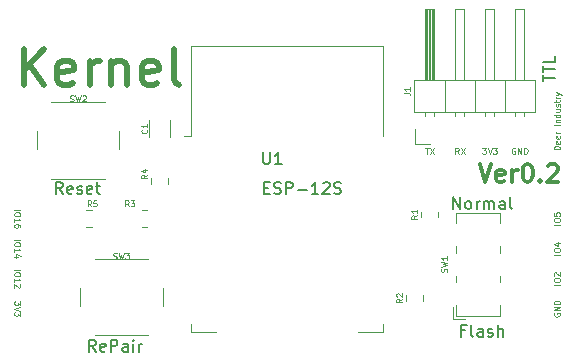
<source format=gto>
%TF.GenerationSoftware,KiCad,Pcbnew,(5.1.9-0-10_14)*%
%TF.CreationDate,2021-03-17T15:04:59+08:00*%
%TF.ProjectId,Kernel,4b65726e-656c-42e6-9b69-6361645f7063,rev?*%
%TF.SameCoordinates,Original*%
%TF.FileFunction,Legend,Top*%
%TF.FilePolarity,Positive*%
%FSLAX46Y46*%
G04 Gerber Fmt 4.6, Leading zero omitted, Abs format (unit mm)*
G04 Created by KiCad (PCBNEW (5.1.9-0-10_14)) date 2021-03-17 15:04:59*
%MOMM*%
%LPD*%
G01*
G04 APERTURE LIST*
%ADD10C,0.100000*%
%ADD11C,0.300000*%
%ADD12C,0.125000*%
%ADD13C,0.500000*%
%ADD14C,0.200000*%
%ADD15C,0.120000*%
%ADD16C,0.150000*%
G04 APERTURE END LIST*
D10*
X120241190Y-39857857D02*
X119741190Y-39857857D01*
X119741190Y-39738809D01*
X119765000Y-39667380D01*
X119812619Y-39619761D01*
X119860238Y-39595952D01*
X119955476Y-39572142D01*
X120026904Y-39572142D01*
X120122142Y-39595952D01*
X120169761Y-39619761D01*
X120217380Y-39667380D01*
X120241190Y-39738809D01*
X120241190Y-39857857D01*
X120217380Y-39167380D02*
X120241190Y-39215000D01*
X120241190Y-39310238D01*
X120217380Y-39357857D01*
X120169761Y-39381666D01*
X119979285Y-39381666D01*
X119931666Y-39357857D01*
X119907857Y-39310238D01*
X119907857Y-39215000D01*
X119931666Y-39167380D01*
X119979285Y-39143571D01*
X120026904Y-39143571D01*
X120074523Y-39381666D01*
X120217380Y-38738809D02*
X120241190Y-38786428D01*
X120241190Y-38881666D01*
X120217380Y-38929285D01*
X120169761Y-38953095D01*
X119979285Y-38953095D01*
X119931666Y-38929285D01*
X119907857Y-38881666D01*
X119907857Y-38786428D01*
X119931666Y-38738809D01*
X119979285Y-38715000D01*
X120026904Y-38715000D01*
X120074523Y-38953095D01*
X120241190Y-38500714D02*
X119907857Y-38500714D01*
X120003095Y-38500714D02*
X119955476Y-38476904D01*
X119931666Y-38453095D01*
X119907857Y-38405476D01*
X119907857Y-38357857D01*
X120241190Y-37810238D02*
X119741190Y-37810238D01*
X119907857Y-37572142D02*
X120241190Y-37572142D01*
X119955476Y-37572142D02*
X119931666Y-37548333D01*
X119907857Y-37500714D01*
X119907857Y-37429285D01*
X119931666Y-37381666D01*
X119979285Y-37357857D01*
X120241190Y-37357857D01*
X120241190Y-36905476D02*
X119741190Y-36905476D01*
X120217380Y-36905476D02*
X120241190Y-36953095D01*
X120241190Y-37048333D01*
X120217380Y-37095952D01*
X120193571Y-37119761D01*
X120145952Y-37143571D01*
X120003095Y-37143571D01*
X119955476Y-37119761D01*
X119931666Y-37095952D01*
X119907857Y-37048333D01*
X119907857Y-36953095D01*
X119931666Y-36905476D01*
X119907857Y-36453095D02*
X120241190Y-36453095D01*
X119907857Y-36667380D02*
X120169761Y-36667380D01*
X120217380Y-36643571D01*
X120241190Y-36595952D01*
X120241190Y-36524523D01*
X120217380Y-36476904D01*
X120193571Y-36453095D01*
X120217380Y-36238809D02*
X120241190Y-36191190D01*
X120241190Y-36095952D01*
X120217380Y-36048333D01*
X120169761Y-36024523D01*
X120145952Y-36024523D01*
X120098333Y-36048333D01*
X120074523Y-36095952D01*
X120074523Y-36167380D01*
X120050714Y-36215000D01*
X120003095Y-36238809D01*
X119979285Y-36238809D01*
X119931666Y-36215000D01*
X119907857Y-36167380D01*
X119907857Y-36095952D01*
X119931666Y-36048333D01*
X119907857Y-35881666D02*
X119907857Y-35691190D01*
X119741190Y-35810238D02*
X120169761Y-35810238D01*
X120217380Y-35786428D01*
X120241190Y-35738809D01*
X120241190Y-35691190D01*
X120241190Y-35524523D02*
X119907857Y-35524523D01*
X120003095Y-35524523D02*
X119955476Y-35500714D01*
X119931666Y-35476904D01*
X119907857Y-35429285D01*
X119907857Y-35381666D01*
X119907857Y-35262619D02*
X120241190Y-35143571D01*
X119907857Y-35024523D02*
X120241190Y-35143571D01*
X120360238Y-35191190D01*
X120384047Y-35215000D01*
X120407857Y-35262619D01*
D11*
X113447142Y-41088571D02*
X113947142Y-42588571D01*
X114447142Y-41088571D01*
X115518571Y-42517142D02*
X115375714Y-42588571D01*
X115090000Y-42588571D01*
X114947142Y-42517142D01*
X114875714Y-42374285D01*
X114875714Y-41802857D01*
X114947142Y-41660000D01*
X115090000Y-41588571D01*
X115375714Y-41588571D01*
X115518571Y-41660000D01*
X115590000Y-41802857D01*
X115590000Y-41945714D01*
X114875714Y-42088571D01*
X116232857Y-42588571D02*
X116232857Y-41588571D01*
X116232857Y-41874285D02*
X116304285Y-41731428D01*
X116375714Y-41660000D01*
X116518571Y-41588571D01*
X116661428Y-41588571D01*
X117447142Y-41088571D02*
X117590000Y-41088571D01*
X117732857Y-41160000D01*
X117804285Y-41231428D01*
X117875714Y-41374285D01*
X117947142Y-41660000D01*
X117947142Y-42017142D01*
X117875714Y-42302857D01*
X117804285Y-42445714D01*
X117732857Y-42517142D01*
X117590000Y-42588571D01*
X117447142Y-42588571D01*
X117304285Y-42517142D01*
X117232857Y-42445714D01*
X117161428Y-42302857D01*
X117090000Y-42017142D01*
X117090000Y-41660000D01*
X117161428Y-41374285D01*
X117232857Y-41231428D01*
X117304285Y-41160000D01*
X117447142Y-41088571D01*
X118590000Y-42445714D02*
X118661428Y-42517142D01*
X118590000Y-42588571D01*
X118518571Y-42517142D01*
X118590000Y-42445714D01*
X118590000Y-42588571D01*
X119232857Y-41231428D02*
X119304285Y-41160000D01*
X119447142Y-41088571D01*
X119804285Y-41088571D01*
X119947142Y-41160000D01*
X120018571Y-41231428D01*
X120090000Y-41374285D01*
X120090000Y-41517142D01*
X120018571Y-41731428D01*
X119161428Y-42588571D01*
X120090000Y-42588571D01*
D12*
X116459047Y-39755000D02*
X116411428Y-39731190D01*
X116340000Y-39731190D01*
X116268571Y-39755000D01*
X116220952Y-39802619D01*
X116197142Y-39850238D01*
X116173333Y-39945476D01*
X116173333Y-40016904D01*
X116197142Y-40112142D01*
X116220952Y-40159761D01*
X116268571Y-40207380D01*
X116340000Y-40231190D01*
X116387619Y-40231190D01*
X116459047Y-40207380D01*
X116482857Y-40183571D01*
X116482857Y-40016904D01*
X116387619Y-40016904D01*
X116697142Y-40231190D02*
X116697142Y-39731190D01*
X116982857Y-40231190D01*
X116982857Y-39731190D01*
X117220952Y-40231190D02*
X117220952Y-39731190D01*
X117340000Y-39731190D01*
X117411428Y-39755000D01*
X117459047Y-39802619D01*
X117482857Y-39850238D01*
X117506666Y-39945476D01*
X117506666Y-40016904D01*
X117482857Y-40112142D01*
X117459047Y-40159761D01*
X117411428Y-40207380D01*
X117340000Y-40231190D01*
X117220952Y-40231190D01*
X113680952Y-39731190D02*
X113990476Y-39731190D01*
X113823809Y-39921666D01*
X113895238Y-39921666D01*
X113942857Y-39945476D01*
X113966666Y-39969285D01*
X113990476Y-40016904D01*
X113990476Y-40135952D01*
X113966666Y-40183571D01*
X113942857Y-40207380D01*
X113895238Y-40231190D01*
X113752380Y-40231190D01*
X113704761Y-40207380D01*
X113680952Y-40183571D01*
X114133333Y-39731190D02*
X114300000Y-40231190D01*
X114466666Y-39731190D01*
X114585714Y-39731190D02*
X114895238Y-39731190D01*
X114728571Y-39921666D01*
X114800000Y-39921666D01*
X114847619Y-39945476D01*
X114871428Y-39969285D01*
X114895238Y-40016904D01*
X114895238Y-40135952D01*
X114871428Y-40183571D01*
X114847619Y-40207380D01*
X114800000Y-40231190D01*
X114657142Y-40231190D01*
X114609523Y-40207380D01*
X114585714Y-40183571D01*
X111676666Y-40231190D02*
X111510000Y-39993095D01*
X111390952Y-40231190D02*
X111390952Y-39731190D01*
X111581428Y-39731190D01*
X111629047Y-39755000D01*
X111652857Y-39778809D01*
X111676666Y-39826428D01*
X111676666Y-39897857D01*
X111652857Y-39945476D01*
X111629047Y-39969285D01*
X111581428Y-39993095D01*
X111390952Y-39993095D01*
X111843333Y-39731190D02*
X112176666Y-40231190D01*
X112176666Y-39731190D02*
X111843333Y-40231190D01*
X108839047Y-39731190D02*
X109124761Y-39731190D01*
X108981904Y-40231190D02*
X108981904Y-39731190D01*
X109243809Y-39731190D02*
X109577142Y-40231190D01*
X109577142Y-39731190D02*
X109243809Y-40231190D01*
D13*
X74851428Y-34377142D02*
X74851428Y-31377142D01*
X76565714Y-34377142D02*
X75280000Y-32662857D01*
X76565714Y-31377142D02*
X74851428Y-33091428D01*
X78994285Y-34234285D02*
X78708571Y-34377142D01*
X78137142Y-34377142D01*
X77851428Y-34234285D01*
X77708571Y-33948571D01*
X77708571Y-32805714D01*
X77851428Y-32520000D01*
X78137142Y-32377142D01*
X78708571Y-32377142D01*
X78994285Y-32520000D01*
X79137142Y-32805714D01*
X79137142Y-33091428D01*
X77708571Y-33377142D01*
X80422857Y-34377142D02*
X80422857Y-32377142D01*
X80422857Y-32948571D02*
X80565714Y-32662857D01*
X80708571Y-32520000D01*
X80994285Y-32377142D01*
X81280000Y-32377142D01*
X82280000Y-32377142D02*
X82280000Y-34377142D01*
X82280000Y-32662857D02*
X82422857Y-32520000D01*
X82708571Y-32377142D01*
X83137142Y-32377142D01*
X83422857Y-32520000D01*
X83565714Y-32805714D01*
X83565714Y-34377142D01*
X86137142Y-34234285D02*
X85851428Y-34377142D01*
X85280000Y-34377142D01*
X84994285Y-34234285D01*
X84851428Y-33948571D01*
X84851428Y-32805714D01*
X84994285Y-32520000D01*
X85280000Y-32377142D01*
X85851428Y-32377142D01*
X86137142Y-32520000D01*
X86280000Y-32805714D01*
X86280000Y-33091428D01*
X84851428Y-33377142D01*
X87994285Y-34377142D02*
X87708571Y-34234285D01*
X87565714Y-33948571D01*
X87565714Y-31377142D01*
D14*
X111236428Y-44902380D02*
X111236428Y-43902380D01*
X111807857Y-44902380D01*
X111807857Y-43902380D01*
X112426904Y-44902380D02*
X112331666Y-44854761D01*
X112284047Y-44807142D01*
X112236428Y-44711904D01*
X112236428Y-44426190D01*
X112284047Y-44330952D01*
X112331666Y-44283333D01*
X112426904Y-44235714D01*
X112569761Y-44235714D01*
X112665000Y-44283333D01*
X112712619Y-44330952D01*
X112760238Y-44426190D01*
X112760238Y-44711904D01*
X112712619Y-44807142D01*
X112665000Y-44854761D01*
X112569761Y-44902380D01*
X112426904Y-44902380D01*
X113188809Y-44902380D02*
X113188809Y-44235714D01*
X113188809Y-44426190D02*
X113236428Y-44330952D01*
X113284047Y-44283333D01*
X113379285Y-44235714D01*
X113474523Y-44235714D01*
X113807857Y-44902380D02*
X113807857Y-44235714D01*
X113807857Y-44330952D02*
X113855476Y-44283333D01*
X113950714Y-44235714D01*
X114093571Y-44235714D01*
X114188809Y-44283333D01*
X114236428Y-44378571D01*
X114236428Y-44902380D01*
X114236428Y-44378571D02*
X114284047Y-44283333D01*
X114379285Y-44235714D01*
X114522142Y-44235714D01*
X114617380Y-44283333D01*
X114665000Y-44378571D01*
X114665000Y-44902380D01*
X115569761Y-44902380D02*
X115569761Y-44378571D01*
X115522142Y-44283333D01*
X115426904Y-44235714D01*
X115236428Y-44235714D01*
X115141190Y-44283333D01*
X115569761Y-44854761D02*
X115474523Y-44902380D01*
X115236428Y-44902380D01*
X115141190Y-44854761D01*
X115093571Y-44759523D01*
X115093571Y-44664285D01*
X115141190Y-44569047D01*
X115236428Y-44521428D01*
X115474523Y-44521428D01*
X115569761Y-44473809D01*
X116188809Y-44902380D02*
X116093571Y-44854761D01*
X116045952Y-44759523D01*
X116045952Y-43902380D01*
X112236428Y-55173571D02*
X111903095Y-55173571D01*
X111903095Y-55697380D02*
X111903095Y-54697380D01*
X112379285Y-54697380D01*
X112903095Y-55697380D02*
X112807857Y-55649761D01*
X112760238Y-55554523D01*
X112760238Y-54697380D01*
X113712619Y-55697380D02*
X113712619Y-55173571D01*
X113665000Y-55078333D01*
X113569761Y-55030714D01*
X113379285Y-55030714D01*
X113284047Y-55078333D01*
X113712619Y-55649761D02*
X113617380Y-55697380D01*
X113379285Y-55697380D01*
X113284047Y-55649761D01*
X113236428Y-55554523D01*
X113236428Y-55459285D01*
X113284047Y-55364047D01*
X113379285Y-55316428D01*
X113617380Y-55316428D01*
X113712619Y-55268809D01*
X114141190Y-55649761D02*
X114236428Y-55697380D01*
X114426904Y-55697380D01*
X114522142Y-55649761D01*
X114569761Y-55554523D01*
X114569761Y-55506904D01*
X114522142Y-55411666D01*
X114426904Y-55364047D01*
X114284047Y-55364047D01*
X114188809Y-55316428D01*
X114141190Y-55221190D01*
X114141190Y-55173571D01*
X114188809Y-55078333D01*
X114284047Y-55030714D01*
X114426904Y-55030714D01*
X114522142Y-55078333D01*
X114998333Y-55697380D02*
X114998333Y-54697380D01*
X115426904Y-55697380D02*
X115426904Y-55173571D01*
X115379285Y-55078333D01*
X115284047Y-55030714D01*
X115141190Y-55030714D01*
X115045952Y-55078333D01*
X114998333Y-55125952D01*
D12*
X119765000Y-53720952D02*
X119741190Y-53768571D01*
X119741190Y-53840000D01*
X119765000Y-53911428D01*
X119812619Y-53959047D01*
X119860238Y-53982857D01*
X119955476Y-54006666D01*
X120026904Y-54006666D01*
X120122142Y-53982857D01*
X120169761Y-53959047D01*
X120217380Y-53911428D01*
X120241190Y-53840000D01*
X120241190Y-53792380D01*
X120217380Y-53720952D01*
X120193571Y-53697142D01*
X120026904Y-53697142D01*
X120026904Y-53792380D01*
X120241190Y-53482857D02*
X119741190Y-53482857D01*
X120241190Y-53197142D01*
X119741190Y-53197142D01*
X120241190Y-52959047D02*
X119741190Y-52959047D01*
X119741190Y-52840000D01*
X119765000Y-52768571D01*
X119812619Y-52720952D01*
X119860238Y-52697142D01*
X119955476Y-52673333D01*
X120026904Y-52673333D01*
X120122142Y-52697142D01*
X120169761Y-52720952D01*
X120217380Y-52768571D01*
X120241190Y-52840000D01*
X120241190Y-52959047D01*
X120241190Y-51300000D02*
X119741190Y-51300000D01*
X119741190Y-50966666D02*
X119741190Y-50871428D01*
X119765000Y-50823809D01*
X119812619Y-50776190D01*
X119907857Y-50752380D01*
X120074523Y-50752380D01*
X120169761Y-50776190D01*
X120217380Y-50823809D01*
X120241190Y-50871428D01*
X120241190Y-50966666D01*
X120217380Y-51014285D01*
X120169761Y-51061904D01*
X120074523Y-51085714D01*
X119907857Y-51085714D01*
X119812619Y-51061904D01*
X119765000Y-51014285D01*
X119741190Y-50966666D01*
X119788809Y-50561904D02*
X119765000Y-50538095D01*
X119741190Y-50490476D01*
X119741190Y-50371428D01*
X119765000Y-50323809D01*
X119788809Y-50300000D01*
X119836428Y-50276190D01*
X119884047Y-50276190D01*
X119955476Y-50300000D01*
X120241190Y-50585714D01*
X120241190Y-50276190D01*
X120241190Y-48760000D02*
X119741190Y-48760000D01*
X119741190Y-48426666D02*
X119741190Y-48331428D01*
X119765000Y-48283809D01*
X119812619Y-48236190D01*
X119907857Y-48212380D01*
X120074523Y-48212380D01*
X120169761Y-48236190D01*
X120217380Y-48283809D01*
X120241190Y-48331428D01*
X120241190Y-48426666D01*
X120217380Y-48474285D01*
X120169761Y-48521904D01*
X120074523Y-48545714D01*
X119907857Y-48545714D01*
X119812619Y-48521904D01*
X119765000Y-48474285D01*
X119741190Y-48426666D01*
X119907857Y-47783809D02*
X120241190Y-47783809D01*
X119717380Y-47902857D02*
X120074523Y-48021904D01*
X120074523Y-47712380D01*
X120241190Y-46220000D02*
X119741190Y-46220000D01*
X119741190Y-45886666D02*
X119741190Y-45791428D01*
X119765000Y-45743809D01*
X119812619Y-45696190D01*
X119907857Y-45672380D01*
X120074523Y-45672380D01*
X120169761Y-45696190D01*
X120217380Y-45743809D01*
X120241190Y-45791428D01*
X120241190Y-45886666D01*
X120217380Y-45934285D01*
X120169761Y-45981904D01*
X120074523Y-46005714D01*
X119907857Y-46005714D01*
X119812619Y-45981904D01*
X119765000Y-45934285D01*
X119741190Y-45886666D01*
X119741190Y-45220000D02*
X119741190Y-45458095D01*
X119979285Y-45481904D01*
X119955476Y-45458095D01*
X119931666Y-45410476D01*
X119931666Y-45291428D01*
X119955476Y-45243809D01*
X119979285Y-45220000D01*
X120026904Y-45196190D01*
X120145952Y-45196190D01*
X120193571Y-45220000D01*
X120217380Y-45243809D01*
X120241190Y-45291428D01*
X120241190Y-45410476D01*
X120217380Y-45458095D01*
X120193571Y-45481904D01*
X74568809Y-52720952D02*
X74568809Y-53030476D01*
X74378333Y-52863809D01*
X74378333Y-52935238D01*
X74354523Y-52982857D01*
X74330714Y-53006666D01*
X74283095Y-53030476D01*
X74164047Y-53030476D01*
X74116428Y-53006666D01*
X74092619Y-52982857D01*
X74068809Y-52935238D01*
X74068809Y-52792380D01*
X74092619Y-52744761D01*
X74116428Y-52720952D01*
X74568809Y-53173333D02*
X74068809Y-53340000D01*
X74568809Y-53506666D01*
X74568809Y-53625714D02*
X74568809Y-53935238D01*
X74378333Y-53768571D01*
X74378333Y-53840000D01*
X74354523Y-53887619D01*
X74330714Y-53911428D01*
X74283095Y-53935238D01*
X74164047Y-53935238D01*
X74116428Y-53911428D01*
X74092619Y-53887619D01*
X74068809Y-53840000D01*
X74068809Y-53697142D01*
X74092619Y-53649523D01*
X74116428Y-53625714D01*
X74068809Y-50061904D02*
X74568809Y-50061904D01*
X74568809Y-50395238D02*
X74568809Y-50490476D01*
X74545000Y-50538095D01*
X74497380Y-50585714D01*
X74402142Y-50609523D01*
X74235476Y-50609523D01*
X74140238Y-50585714D01*
X74092619Y-50538095D01*
X74068809Y-50490476D01*
X74068809Y-50395238D01*
X74092619Y-50347619D01*
X74140238Y-50300000D01*
X74235476Y-50276190D01*
X74402142Y-50276190D01*
X74497380Y-50300000D01*
X74545000Y-50347619D01*
X74568809Y-50395238D01*
X74068809Y-51085714D02*
X74068809Y-50800000D01*
X74068809Y-50942857D02*
X74568809Y-50942857D01*
X74497380Y-50895238D01*
X74449761Y-50847619D01*
X74425952Y-50800000D01*
X74521190Y-51276190D02*
X74545000Y-51300000D01*
X74568809Y-51347619D01*
X74568809Y-51466666D01*
X74545000Y-51514285D01*
X74521190Y-51538095D01*
X74473571Y-51561904D01*
X74425952Y-51561904D01*
X74354523Y-51538095D01*
X74068809Y-51252380D01*
X74068809Y-51561904D01*
X74068809Y-47521904D02*
X74568809Y-47521904D01*
X74568809Y-47855238D02*
X74568809Y-47950476D01*
X74545000Y-47998095D01*
X74497380Y-48045714D01*
X74402142Y-48069523D01*
X74235476Y-48069523D01*
X74140238Y-48045714D01*
X74092619Y-47998095D01*
X74068809Y-47950476D01*
X74068809Y-47855238D01*
X74092619Y-47807619D01*
X74140238Y-47760000D01*
X74235476Y-47736190D01*
X74402142Y-47736190D01*
X74497380Y-47760000D01*
X74545000Y-47807619D01*
X74568809Y-47855238D01*
X74068809Y-48545714D02*
X74068809Y-48260000D01*
X74068809Y-48402857D02*
X74568809Y-48402857D01*
X74497380Y-48355238D01*
X74449761Y-48307619D01*
X74425952Y-48260000D01*
X74402142Y-48974285D02*
X74068809Y-48974285D01*
X74592619Y-48855238D02*
X74235476Y-48736190D01*
X74235476Y-49045714D01*
X74068809Y-44981904D02*
X74568809Y-44981904D01*
X74568809Y-45315238D02*
X74568809Y-45410476D01*
X74545000Y-45458095D01*
X74497380Y-45505714D01*
X74402142Y-45529523D01*
X74235476Y-45529523D01*
X74140238Y-45505714D01*
X74092619Y-45458095D01*
X74068809Y-45410476D01*
X74068809Y-45315238D01*
X74092619Y-45267619D01*
X74140238Y-45220000D01*
X74235476Y-45196190D01*
X74402142Y-45196190D01*
X74497380Y-45220000D01*
X74545000Y-45267619D01*
X74568809Y-45315238D01*
X74068809Y-46005714D02*
X74068809Y-45720000D01*
X74068809Y-45862857D02*
X74568809Y-45862857D01*
X74497380Y-45815238D01*
X74449761Y-45767619D01*
X74425952Y-45720000D01*
X74568809Y-46434285D02*
X74568809Y-46339047D01*
X74545000Y-46291428D01*
X74521190Y-46267619D01*
X74449761Y-46220000D01*
X74354523Y-46196190D01*
X74164047Y-46196190D01*
X74116428Y-46220000D01*
X74092619Y-46243809D01*
X74068809Y-46291428D01*
X74068809Y-46386666D01*
X74092619Y-46434285D01*
X74116428Y-46458095D01*
X74164047Y-46481904D01*
X74283095Y-46481904D01*
X74330714Y-46458095D01*
X74354523Y-46434285D01*
X74378333Y-46386666D01*
X74378333Y-46291428D01*
X74354523Y-46243809D01*
X74330714Y-46220000D01*
X74283095Y-46196190D01*
D15*
%TO.C,U1*%
X89035000Y-31060000D02*
X105275000Y-31060000D01*
X105275000Y-31060000D02*
X105275000Y-38680000D01*
X105275000Y-54680000D02*
X105275000Y-55300000D01*
X105275000Y-55300000D02*
X103155000Y-55300000D01*
X91155000Y-55300000D02*
X89035000Y-55300000D01*
X89035000Y-55300000D02*
X89035000Y-54680000D01*
X89035000Y-38680000D02*
X89035000Y-31060000D01*
X89035000Y-38680000D02*
X88425000Y-38680000D01*
%TO.C,SW3*%
X85360000Y-49110000D02*
X80860000Y-49110000D01*
X86610000Y-53110000D02*
X86610000Y-51610000D01*
X80860000Y-55610000D02*
X85360000Y-55610000D01*
X79610000Y-51610000D02*
X79610000Y-53110000D01*
%TO.C,SW2*%
X77200000Y-42330000D02*
X81700000Y-42330000D01*
X75950000Y-38330000D02*
X75950000Y-39830000D01*
X81700000Y-35830000D02*
X77200000Y-35830000D01*
X82950000Y-39830000D02*
X82950000Y-38330000D01*
%TO.C,J1*%
X107890000Y-36660000D02*
X118170000Y-36660000D01*
X118170000Y-36660000D02*
X118170000Y-34000000D01*
X118170000Y-34000000D02*
X107890000Y-34000000D01*
X107890000Y-34000000D02*
X107890000Y-36660000D01*
X108840000Y-34000000D02*
X108840000Y-28000000D01*
X108840000Y-28000000D02*
X109600000Y-28000000D01*
X109600000Y-28000000D02*
X109600000Y-34000000D01*
X108900000Y-34000000D02*
X108900000Y-28000000D01*
X109020000Y-34000000D02*
X109020000Y-28000000D01*
X109140000Y-34000000D02*
X109140000Y-28000000D01*
X109260000Y-34000000D02*
X109260000Y-28000000D01*
X109380000Y-34000000D02*
X109380000Y-28000000D01*
X109500000Y-34000000D02*
X109500000Y-28000000D01*
X108840000Y-36990000D02*
X108840000Y-36660000D01*
X109600000Y-36990000D02*
X109600000Y-36660000D01*
X110490000Y-36660000D02*
X110490000Y-34000000D01*
X111380000Y-34000000D02*
X111380000Y-28000000D01*
X111380000Y-28000000D02*
X112140000Y-28000000D01*
X112140000Y-28000000D02*
X112140000Y-34000000D01*
X111380000Y-37057071D02*
X111380000Y-36660000D01*
X112140000Y-37057071D02*
X112140000Y-36660000D01*
X113030000Y-36660000D02*
X113030000Y-34000000D01*
X113920000Y-34000000D02*
X113920000Y-28000000D01*
X113920000Y-28000000D02*
X114680000Y-28000000D01*
X114680000Y-28000000D02*
X114680000Y-34000000D01*
X113920000Y-37057071D02*
X113920000Y-36660000D01*
X114680000Y-37057071D02*
X114680000Y-36660000D01*
X115570000Y-36660000D02*
X115570000Y-34000000D01*
X116460000Y-34000000D02*
X116460000Y-28000000D01*
X116460000Y-28000000D02*
X117220000Y-28000000D01*
X117220000Y-28000000D02*
X117220000Y-34000000D01*
X116460000Y-37057071D02*
X116460000Y-36660000D01*
X117220000Y-37057071D02*
X117220000Y-36660000D01*
X109220000Y-39370000D02*
X107950000Y-39370000D01*
X107950000Y-39370000D02*
X107950000Y-38100000D01*
%TO.C,R5*%
X80594564Y-46455000D02*
X80140436Y-46455000D01*
X80594564Y-44985000D02*
X80140436Y-44985000D01*
%TO.C,SW1*%
X111185000Y-54220000D02*
X111185000Y-53220000D01*
X112185000Y-54220000D02*
X111185000Y-54220000D01*
X115185000Y-53920000D02*
X111485000Y-53920000D01*
X115185000Y-53040000D02*
X115185000Y-53920000D01*
X115185000Y-50540000D02*
X115185000Y-51100000D01*
X115185000Y-48050000D02*
X115185000Y-48600000D01*
X115185000Y-45220000D02*
X115185000Y-46090000D01*
X111485000Y-45220000D02*
X115185000Y-45220000D01*
X111485000Y-46100000D02*
X111485000Y-45220000D01*
X111485000Y-48600000D02*
X111485000Y-48040000D01*
X111485000Y-51070000D02*
X111485000Y-50540000D01*
X111485000Y-53920000D02*
X111485000Y-53070000D01*
%TO.C,R4*%
X85625000Y-42317936D02*
X85625000Y-42772064D01*
X87095000Y-42317936D02*
X87095000Y-42772064D01*
%TO.C,R3*%
X84862936Y-46455000D02*
X85317064Y-46455000D01*
X84862936Y-44985000D02*
X85317064Y-44985000D01*
%TO.C,R2*%
X108685000Y-52654564D02*
X108685000Y-52200436D01*
X107215000Y-52654564D02*
X107215000Y-52200436D01*
%TO.C,R1*%
X108485000Y-45135436D02*
X108485000Y-45589564D01*
X109955000Y-45135436D02*
X109955000Y-45589564D01*
%TO.C,C1*%
X87270000Y-38811252D02*
X87270000Y-37388748D01*
X85450000Y-38811252D02*
X85450000Y-37388748D01*
%TO.C,U1*%
D16*
X95123095Y-40092380D02*
X95123095Y-40901904D01*
X95170714Y-40997142D01*
X95218333Y-41044761D01*
X95313571Y-41092380D01*
X95504047Y-41092380D01*
X95599285Y-41044761D01*
X95646904Y-40997142D01*
X95694523Y-40901904D01*
X95694523Y-40092380D01*
X96694523Y-41092380D02*
X96123095Y-41092380D01*
X96408809Y-41092380D02*
X96408809Y-40092380D01*
X96313571Y-40235238D01*
X96218333Y-40330476D01*
X96123095Y-40378095D01*
X95186904Y-43108571D02*
X95520238Y-43108571D01*
X95663095Y-43632380D02*
X95186904Y-43632380D01*
X95186904Y-42632380D01*
X95663095Y-42632380D01*
X96044047Y-43584761D02*
X96186904Y-43632380D01*
X96425000Y-43632380D01*
X96520238Y-43584761D01*
X96567857Y-43537142D01*
X96615476Y-43441904D01*
X96615476Y-43346666D01*
X96567857Y-43251428D01*
X96520238Y-43203809D01*
X96425000Y-43156190D01*
X96234523Y-43108571D01*
X96139285Y-43060952D01*
X96091666Y-43013333D01*
X96044047Y-42918095D01*
X96044047Y-42822857D01*
X96091666Y-42727619D01*
X96139285Y-42680000D01*
X96234523Y-42632380D01*
X96472619Y-42632380D01*
X96615476Y-42680000D01*
X97044047Y-43632380D02*
X97044047Y-42632380D01*
X97425000Y-42632380D01*
X97520238Y-42680000D01*
X97567857Y-42727619D01*
X97615476Y-42822857D01*
X97615476Y-42965714D01*
X97567857Y-43060952D01*
X97520238Y-43108571D01*
X97425000Y-43156190D01*
X97044047Y-43156190D01*
X98044047Y-43251428D02*
X98805952Y-43251428D01*
X99805952Y-43632380D02*
X99234523Y-43632380D01*
X99520238Y-43632380D02*
X99520238Y-42632380D01*
X99425000Y-42775238D01*
X99329761Y-42870476D01*
X99234523Y-42918095D01*
X100186904Y-42727619D02*
X100234523Y-42680000D01*
X100329761Y-42632380D01*
X100567857Y-42632380D01*
X100663095Y-42680000D01*
X100710714Y-42727619D01*
X100758333Y-42822857D01*
X100758333Y-42918095D01*
X100710714Y-43060952D01*
X100139285Y-43632380D01*
X100758333Y-43632380D01*
X101139285Y-43584761D02*
X101282142Y-43632380D01*
X101520238Y-43632380D01*
X101615476Y-43584761D01*
X101663095Y-43537142D01*
X101710714Y-43441904D01*
X101710714Y-43346666D01*
X101663095Y-43251428D01*
X101615476Y-43203809D01*
X101520238Y-43156190D01*
X101329761Y-43108571D01*
X101234523Y-43060952D01*
X101186904Y-43013333D01*
X101139285Y-42918095D01*
X101139285Y-42822857D01*
X101186904Y-42727619D01*
X101234523Y-42680000D01*
X101329761Y-42632380D01*
X101567857Y-42632380D01*
X101710714Y-42680000D01*
%TO.C,SW3*%
D10*
X82443333Y-49097380D02*
X82514761Y-49121190D01*
X82633809Y-49121190D01*
X82681428Y-49097380D01*
X82705238Y-49073571D01*
X82729047Y-49025952D01*
X82729047Y-48978333D01*
X82705238Y-48930714D01*
X82681428Y-48906904D01*
X82633809Y-48883095D01*
X82538571Y-48859285D01*
X82490952Y-48835476D01*
X82467142Y-48811666D01*
X82443333Y-48764047D01*
X82443333Y-48716428D01*
X82467142Y-48668809D01*
X82490952Y-48645000D01*
X82538571Y-48621190D01*
X82657619Y-48621190D01*
X82729047Y-48645000D01*
X82895714Y-48621190D02*
X83014761Y-49121190D01*
X83110000Y-48764047D01*
X83205238Y-49121190D01*
X83324285Y-48621190D01*
X83467142Y-48621190D02*
X83776666Y-48621190D01*
X83610000Y-48811666D01*
X83681428Y-48811666D01*
X83729047Y-48835476D01*
X83752857Y-48859285D01*
X83776666Y-48906904D01*
X83776666Y-49025952D01*
X83752857Y-49073571D01*
X83729047Y-49097380D01*
X83681428Y-49121190D01*
X83538571Y-49121190D01*
X83490952Y-49097380D01*
X83467142Y-49073571D01*
D16*
X80930952Y-56967380D02*
X80597619Y-56491190D01*
X80359523Y-56967380D02*
X80359523Y-55967380D01*
X80740476Y-55967380D01*
X80835714Y-56015000D01*
X80883333Y-56062619D01*
X80930952Y-56157857D01*
X80930952Y-56300714D01*
X80883333Y-56395952D01*
X80835714Y-56443571D01*
X80740476Y-56491190D01*
X80359523Y-56491190D01*
X81740476Y-56919761D02*
X81645238Y-56967380D01*
X81454761Y-56967380D01*
X81359523Y-56919761D01*
X81311904Y-56824523D01*
X81311904Y-56443571D01*
X81359523Y-56348333D01*
X81454761Y-56300714D01*
X81645238Y-56300714D01*
X81740476Y-56348333D01*
X81788095Y-56443571D01*
X81788095Y-56538809D01*
X81311904Y-56634047D01*
X82216666Y-56967380D02*
X82216666Y-55967380D01*
X82597619Y-55967380D01*
X82692857Y-56015000D01*
X82740476Y-56062619D01*
X82788095Y-56157857D01*
X82788095Y-56300714D01*
X82740476Y-56395952D01*
X82692857Y-56443571D01*
X82597619Y-56491190D01*
X82216666Y-56491190D01*
X83645238Y-56967380D02*
X83645238Y-56443571D01*
X83597619Y-56348333D01*
X83502380Y-56300714D01*
X83311904Y-56300714D01*
X83216666Y-56348333D01*
X83645238Y-56919761D02*
X83550000Y-56967380D01*
X83311904Y-56967380D01*
X83216666Y-56919761D01*
X83169047Y-56824523D01*
X83169047Y-56729285D01*
X83216666Y-56634047D01*
X83311904Y-56586428D01*
X83550000Y-56586428D01*
X83645238Y-56538809D01*
X84121428Y-56967380D02*
X84121428Y-56300714D01*
X84121428Y-55967380D02*
X84073809Y-56015000D01*
X84121428Y-56062619D01*
X84169047Y-56015000D01*
X84121428Y-55967380D01*
X84121428Y-56062619D01*
X84597619Y-56967380D02*
X84597619Y-56300714D01*
X84597619Y-56491190D02*
X84645238Y-56395952D01*
X84692857Y-56348333D01*
X84788095Y-56300714D01*
X84883333Y-56300714D01*
%TO.C,SW2*%
D10*
X78783333Y-35762380D02*
X78854761Y-35786190D01*
X78973809Y-35786190D01*
X79021428Y-35762380D01*
X79045238Y-35738571D01*
X79069047Y-35690952D01*
X79069047Y-35643333D01*
X79045238Y-35595714D01*
X79021428Y-35571904D01*
X78973809Y-35548095D01*
X78878571Y-35524285D01*
X78830952Y-35500476D01*
X78807142Y-35476666D01*
X78783333Y-35429047D01*
X78783333Y-35381428D01*
X78807142Y-35333809D01*
X78830952Y-35310000D01*
X78878571Y-35286190D01*
X78997619Y-35286190D01*
X79069047Y-35310000D01*
X79235714Y-35286190D02*
X79354761Y-35786190D01*
X79450000Y-35429047D01*
X79545238Y-35786190D01*
X79664285Y-35286190D01*
X79830952Y-35333809D02*
X79854761Y-35310000D01*
X79902380Y-35286190D01*
X80021428Y-35286190D01*
X80069047Y-35310000D01*
X80092857Y-35333809D01*
X80116666Y-35381428D01*
X80116666Y-35429047D01*
X80092857Y-35500476D01*
X79807142Y-35786190D01*
X80116666Y-35786190D01*
D16*
X78136904Y-43632380D02*
X77803571Y-43156190D01*
X77565476Y-43632380D02*
X77565476Y-42632380D01*
X77946428Y-42632380D01*
X78041666Y-42680000D01*
X78089285Y-42727619D01*
X78136904Y-42822857D01*
X78136904Y-42965714D01*
X78089285Y-43060952D01*
X78041666Y-43108571D01*
X77946428Y-43156190D01*
X77565476Y-43156190D01*
X78946428Y-43584761D02*
X78851190Y-43632380D01*
X78660714Y-43632380D01*
X78565476Y-43584761D01*
X78517857Y-43489523D01*
X78517857Y-43108571D01*
X78565476Y-43013333D01*
X78660714Y-42965714D01*
X78851190Y-42965714D01*
X78946428Y-43013333D01*
X78994047Y-43108571D01*
X78994047Y-43203809D01*
X78517857Y-43299047D01*
X79375000Y-43584761D02*
X79470238Y-43632380D01*
X79660714Y-43632380D01*
X79755952Y-43584761D01*
X79803571Y-43489523D01*
X79803571Y-43441904D01*
X79755952Y-43346666D01*
X79660714Y-43299047D01*
X79517857Y-43299047D01*
X79422619Y-43251428D01*
X79375000Y-43156190D01*
X79375000Y-43108571D01*
X79422619Y-43013333D01*
X79517857Y-42965714D01*
X79660714Y-42965714D01*
X79755952Y-43013333D01*
X80613095Y-43584761D02*
X80517857Y-43632380D01*
X80327380Y-43632380D01*
X80232142Y-43584761D01*
X80184523Y-43489523D01*
X80184523Y-43108571D01*
X80232142Y-43013333D01*
X80327380Y-42965714D01*
X80517857Y-42965714D01*
X80613095Y-43013333D01*
X80660714Y-43108571D01*
X80660714Y-43203809D01*
X80184523Y-43299047D01*
X80946428Y-42965714D02*
X81327380Y-42965714D01*
X81089285Y-42632380D02*
X81089285Y-43489523D01*
X81136904Y-43584761D01*
X81232142Y-43632380D01*
X81327380Y-43632380D01*
%TO.C,J1*%
D10*
X107041190Y-35091666D02*
X107398333Y-35091666D01*
X107469761Y-35115476D01*
X107517380Y-35163095D01*
X107541190Y-35234523D01*
X107541190Y-35282142D01*
X107541190Y-34591666D02*
X107541190Y-34877380D01*
X107541190Y-34734523D02*
X107041190Y-34734523D01*
X107112619Y-34782142D01*
X107160238Y-34829761D01*
X107184047Y-34877380D01*
D16*
X118832380Y-34091428D02*
X118832380Y-33520000D01*
X119832380Y-33805714D02*
X118832380Y-33805714D01*
X118832380Y-33329523D02*
X118832380Y-32758095D01*
X119832380Y-33043809D02*
X118832380Y-33043809D01*
X119832380Y-31948571D02*
X119832380Y-32424761D01*
X118832380Y-32424761D01*
%TO.C,R5*%
D10*
X80561666Y-44676190D02*
X80395000Y-44438095D01*
X80275952Y-44676190D02*
X80275952Y-44176190D01*
X80466428Y-44176190D01*
X80514047Y-44200000D01*
X80537857Y-44223809D01*
X80561666Y-44271428D01*
X80561666Y-44342857D01*
X80537857Y-44390476D01*
X80514047Y-44414285D01*
X80466428Y-44438095D01*
X80275952Y-44438095D01*
X81014047Y-44176190D02*
X80775952Y-44176190D01*
X80752142Y-44414285D01*
X80775952Y-44390476D01*
X80823571Y-44366666D01*
X80942619Y-44366666D01*
X80990238Y-44390476D01*
X81014047Y-44414285D01*
X81037857Y-44461904D01*
X81037857Y-44580952D01*
X81014047Y-44628571D01*
X80990238Y-44652380D01*
X80942619Y-44676190D01*
X80823571Y-44676190D01*
X80775952Y-44652380D01*
X80752142Y-44628571D01*
%TO.C,SW1*%
X110667380Y-50236666D02*
X110691190Y-50165238D01*
X110691190Y-50046190D01*
X110667380Y-49998571D01*
X110643571Y-49974761D01*
X110595952Y-49950952D01*
X110548333Y-49950952D01*
X110500714Y-49974761D01*
X110476904Y-49998571D01*
X110453095Y-50046190D01*
X110429285Y-50141428D01*
X110405476Y-50189047D01*
X110381666Y-50212857D01*
X110334047Y-50236666D01*
X110286428Y-50236666D01*
X110238809Y-50212857D01*
X110215000Y-50189047D01*
X110191190Y-50141428D01*
X110191190Y-50022380D01*
X110215000Y-49950952D01*
X110191190Y-49784285D02*
X110691190Y-49665238D01*
X110334047Y-49570000D01*
X110691190Y-49474761D01*
X110191190Y-49355714D01*
X110691190Y-48903333D02*
X110691190Y-49189047D01*
X110691190Y-49046190D02*
X110191190Y-49046190D01*
X110262619Y-49093809D01*
X110310238Y-49141428D01*
X110334047Y-49189047D01*
%TO.C,R4*%
X85316190Y-41993333D02*
X85078095Y-42160000D01*
X85316190Y-42279047D02*
X84816190Y-42279047D01*
X84816190Y-42088571D01*
X84840000Y-42040952D01*
X84863809Y-42017142D01*
X84911428Y-41993333D01*
X84982857Y-41993333D01*
X85030476Y-42017142D01*
X85054285Y-42040952D01*
X85078095Y-42088571D01*
X85078095Y-42279047D01*
X84982857Y-41564761D02*
X85316190Y-41564761D01*
X84792380Y-41683809D02*
X85149523Y-41802857D01*
X85149523Y-41493333D01*
%TO.C,R3*%
X83736666Y-44676190D02*
X83570000Y-44438095D01*
X83450952Y-44676190D02*
X83450952Y-44176190D01*
X83641428Y-44176190D01*
X83689047Y-44200000D01*
X83712857Y-44223809D01*
X83736666Y-44271428D01*
X83736666Y-44342857D01*
X83712857Y-44390476D01*
X83689047Y-44414285D01*
X83641428Y-44438095D01*
X83450952Y-44438095D01*
X83903333Y-44176190D02*
X84212857Y-44176190D01*
X84046190Y-44366666D01*
X84117619Y-44366666D01*
X84165238Y-44390476D01*
X84189047Y-44414285D01*
X84212857Y-44461904D01*
X84212857Y-44580952D01*
X84189047Y-44628571D01*
X84165238Y-44652380D01*
X84117619Y-44676190D01*
X83974761Y-44676190D01*
X83927142Y-44652380D01*
X83903333Y-44628571D01*
%TO.C,R2*%
X106906190Y-52510833D02*
X106668095Y-52677500D01*
X106906190Y-52796547D02*
X106406190Y-52796547D01*
X106406190Y-52606071D01*
X106430000Y-52558452D01*
X106453809Y-52534642D01*
X106501428Y-52510833D01*
X106572857Y-52510833D01*
X106620476Y-52534642D01*
X106644285Y-52558452D01*
X106668095Y-52606071D01*
X106668095Y-52796547D01*
X106453809Y-52320357D02*
X106430000Y-52296547D01*
X106406190Y-52248928D01*
X106406190Y-52129880D01*
X106430000Y-52082261D01*
X106453809Y-52058452D01*
X106501428Y-52034642D01*
X106549047Y-52034642D01*
X106620476Y-52058452D01*
X106906190Y-52344166D01*
X106906190Y-52034642D01*
%TO.C,R1*%
X108176190Y-45445833D02*
X107938095Y-45612500D01*
X108176190Y-45731547D02*
X107676190Y-45731547D01*
X107676190Y-45541071D01*
X107700000Y-45493452D01*
X107723809Y-45469642D01*
X107771428Y-45445833D01*
X107842857Y-45445833D01*
X107890476Y-45469642D01*
X107914285Y-45493452D01*
X107938095Y-45541071D01*
X107938095Y-45731547D01*
X108176190Y-44969642D02*
X108176190Y-45255357D01*
X108176190Y-45112500D02*
X107676190Y-45112500D01*
X107747619Y-45160119D01*
X107795238Y-45207738D01*
X107819047Y-45255357D01*
%TO.C,C1*%
X85268571Y-38183333D02*
X85292380Y-38207142D01*
X85316190Y-38278571D01*
X85316190Y-38326190D01*
X85292380Y-38397619D01*
X85244761Y-38445238D01*
X85197142Y-38469047D01*
X85101904Y-38492857D01*
X85030476Y-38492857D01*
X84935238Y-38469047D01*
X84887619Y-38445238D01*
X84840000Y-38397619D01*
X84816190Y-38326190D01*
X84816190Y-38278571D01*
X84840000Y-38207142D01*
X84863809Y-38183333D01*
X85316190Y-37707142D02*
X85316190Y-37992857D01*
X85316190Y-37850000D02*
X84816190Y-37850000D01*
X84887619Y-37897619D01*
X84935238Y-37945238D01*
X84959047Y-37992857D01*
%TD*%
M02*

</source>
